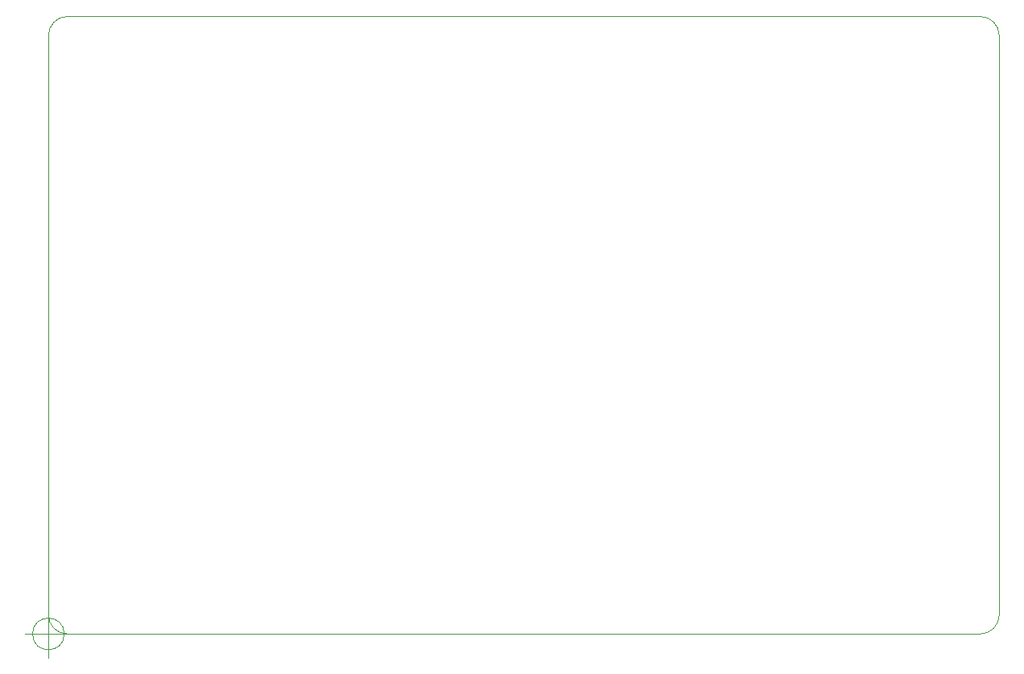
<source format=gm1>
G04 #@! TF.GenerationSoftware,KiCad,Pcbnew,(5.1.0)-1*
G04 #@! TF.CreationDate,2019-07-26T12:40:46+09:00*
G04 #@! TF.ProjectId,ChocIn60,43686f63-496e-4363-902e-6b696361645f,rev?*
G04 #@! TF.SameCoordinates,Original*
G04 #@! TF.FileFunction,Profile,NP*
%FSLAX46Y46*%
G04 Gerber Fmt 4.6, Leading zero omitted, Abs format (unit mm)*
G04 Created by KiCad (PCBNEW (5.1.0)-1) date 2019-07-26 12:40:46*
%MOMM*%
%LPD*%
G04 APERTURE LIST*
%ADD10C,0.050000*%
%ADD11C,0.099100*%
%ADD12C,0.100000*%
G04 APERTURE END LIST*
D10*
X41666666Y-115000000D02*
G75*
G03X41666666Y-115000000I-1666666J0D01*
G01*
X37500000Y-115000000D02*
X42500000Y-115000000D01*
X40000000Y-112500000D02*
X40000000Y-117500000D01*
D11*
X138000000Y-115000000D02*
X42000000Y-115000000D01*
D12*
X140000000Y-52000000D02*
X140000000Y-113000000D01*
X42000000Y-50000000D02*
X138000000Y-50000000D01*
X40000000Y-113000000D02*
G75*
G03X42000000Y-115000000I2000000J0D01*
G01*
X138000000Y-115000000D02*
G75*
G03X140000000Y-113000000I0J2000000D01*
G01*
D11*
X42000000Y-50000000D02*
G75*
G03X40000000Y-52000000I0J-2000000D01*
G01*
D12*
X40000000Y-113000000D02*
X40000000Y-52000000D01*
X140000000Y-52000000D02*
G75*
G03X138000000Y-50000000I-2000000J0D01*
G01*
M02*

</source>
